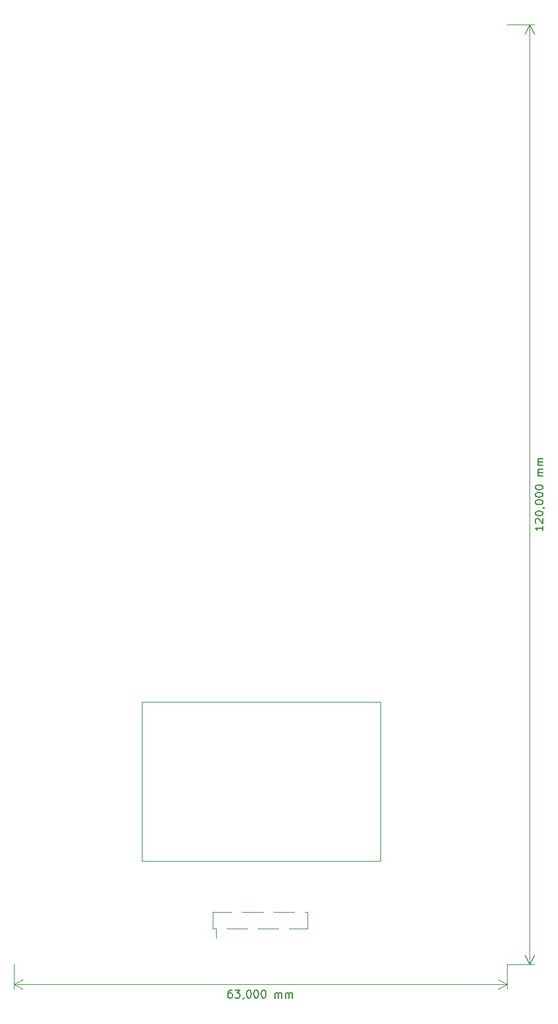
<source format=gbr>
G04 #@! TF.GenerationSoftware,KiCad,Pcbnew,(5.1.7)-1*
G04 #@! TF.CreationDate,2020-11-09T16:31:24+01:00*
G04 #@! TF.ProjectId,Touch-Flaeche,546f7563-682d-4466-9c61-656368652e6b,0.1*
G04 #@! TF.SameCoordinates,Original*
G04 #@! TF.FileFunction,Legend,Top*
G04 #@! TF.FilePolarity,Positive*
%FSLAX46Y46*%
G04 Gerber Fmt 4.6, Leading zero omitted, Abs format (unit mm)*
G04 Created by KiCad (PCBNEW (5.1.7)-1) date 2020-11-09 16:31:24*
%MOMM*%
%LPD*%
G01*
G04 APERTURE LIST*
%ADD10C,0.150000*%
%ADD11C,0.120000*%
G04 APERTURE END LIST*
D10*
X158122380Y-94947619D02*
X158122380Y-95519047D01*
X158122380Y-95233333D02*
X157122380Y-95233333D01*
X157265238Y-95328571D01*
X157360476Y-95423809D01*
X157408095Y-95519047D01*
X157217619Y-94566666D02*
X157170000Y-94519047D01*
X157122380Y-94423809D01*
X157122380Y-94185714D01*
X157170000Y-94090476D01*
X157217619Y-94042857D01*
X157312857Y-93995238D01*
X157408095Y-93995238D01*
X157550952Y-94042857D01*
X158122380Y-94614285D01*
X158122380Y-93995238D01*
X157122380Y-93376190D02*
X157122380Y-93280952D01*
X157170000Y-93185714D01*
X157217619Y-93138095D01*
X157312857Y-93090476D01*
X157503333Y-93042857D01*
X157741428Y-93042857D01*
X157931904Y-93090476D01*
X158027142Y-93138095D01*
X158074761Y-93185714D01*
X158122380Y-93280952D01*
X158122380Y-93376190D01*
X158074761Y-93471428D01*
X158027142Y-93519047D01*
X157931904Y-93566666D01*
X157741428Y-93614285D01*
X157503333Y-93614285D01*
X157312857Y-93566666D01*
X157217619Y-93519047D01*
X157170000Y-93471428D01*
X157122380Y-93376190D01*
X158074761Y-92566666D02*
X158122380Y-92566666D01*
X158217619Y-92614285D01*
X158265238Y-92661904D01*
X157122380Y-91947619D02*
X157122380Y-91852380D01*
X157170000Y-91757142D01*
X157217619Y-91709523D01*
X157312857Y-91661904D01*
X157503333Y-91614285D01*
X157741428Y-91614285D01*
X157931904Y-91661904D01*
X158027142Y-91709523D01*
X158074761Y-91757142D01*
X158122380Y-91852380D01*
X158122380Y-91947619D01*
X158074761Y-92042857D01*
X158027142Y-92090476D01*
X157931904Y-92138095D01*
X157741428Y-92185714D01*
X157503333Y-92185714D01*
X157312857Y-92138095D01*
X157217619Y-92090476D01*
X157170000Y-92042857D01*
X157122380Y-91947619D01*
X157122380Y-90995238D02*
X157122380Y-90900000D01*
X157170000Y-90804761D01*
X157217619Y-90757142D01*
X157312857Y-90709523D01*
X157503333Y-90661904D01*
X157741428Y-90661904D01*
X157931904Y-90709523D01*
X158027142Y-90757142D01*
X158074761Y-90804761D01*
X158122380Y-90900000D01*
X158122380Y-90995238D01*
X158074761Y-91090476D01*
X158027142Y-91138095D01*
X157931904Y-91185714D01*
X157741428Y-91233333D01*
X157503333Y-91233333D01*
X157312857Y-91185714D01*
X157217619Y-91138095D01*
X157170000Y-91090476D01*
X157122380Y-90995238D01*
X157122380Y-90042857D02*
X157122380Y-89947619D01*
X157170000Y-89852380D01*
X157217619Y-89804761D01*
X157312857Y-89757142D01*
X157503333Y-89709523D01*
X157741428Y-89709523D01*
X157931904Y-89757142D01*
X158027142Y-89804761D01*
X158074761Y-89852380D01*
X158122380Y-89947619D01*
X158122380Y-90042857D01*
X158074761Y-90138095D01*
X158027142Y-90185714D01*
X157931904Y-90233333D01*
X157741428Y-90280952D01*
X157503333Y-90280952D01*
X157312857Y-90233333D01*
X157217619Y-90185714D01*
X157170000Y-90138095D01*
X157122380Y-90042857D01*
X158122380Y-88519047D02*
X157455714Y-88519047D01*
X157550952Y-88519047D02*
X157503333Y-88471428D01*
X157455714Y-88376190D01*
X157455714Y-88233333D01*
X157503333Y-88138095D01*
X157598571Y-88090476D01*
X158122380Y-88090476D01*
X157598571Y-88090476D02*
X157503333Y-88042857D01*
X157455714Y-87947619D01*
X157455714Y-87804761D01*
X157503333Y-87709523D01*
X157598571Y-87661904D01*
X158122380Y-87661904D01*
X158122380Y-87185714D02*
X157455714Y-87185714D01*
X157550952Y-87185714D02*
X157503333Y-87138095D01*
X157455714Y-87042857D01*
X157455714Y-86900000D01*
X157503333Y-86804761D01*
X157598571Y-86757142D01*
X158122380Y-86757142D01*
X157598571Y-86757142D02*
X157503333Y-86709523D01*
X157455714Y-86614285D01*
X157455714Y-86471428D01*
X157503333Y-86376190D01*
X157598571Y-86328571D01*
X158122380Y-86328571D01*
D11*
X156400000Y-150900000D02*
X156400000Y-30900000D01*
X153500000Y-150900000D02*
X156986421Y-150900000D01*
X153500000Y-30900000D02*
X156986421Y-30900000D01*
X156400000Y-30900000D02*
X156986421Y-32026504D01*
X156400000Y-30900000D02*
X155813579Y-32026504D01*
X156400000Y-150900000D02*
X156986421Y-149773496D01*
X156400000Y-150900000D02*
X155813579Y-149773496D01*
D10*
X118333333Y-154222379D02*
X118142857Y-154222379D01*
X118047619Y-154269999D01*
X118000000Y-154317618D01*
X117904761Y-154460475D01*
X117857142Y-154650951D01*
X117857142Y-155031903D01*
X117904761Y-155127141D01*
X117952380Y-155174760D01*
X118047619Y-155222379D01*
X118238095Y-155222379D01*
X118333333Y-155174760D01*
X118380952Y-155127141D01*
X118428571Y-155031903D01*
X118428571Y-154793808D01*
X118380952Y-154698570D01*
X118333333Y-154650951D01*
X118238095Y-154603332D01*
X118047619Y-154603332D01*
X117952380Y-154650951D01*
X117904761Y-154698570D01*
X117857142Y-154793808D01*
X118761904Y-154222379D02*
X119380952Y-154222379D01*
X119047619Y-154603332D01*
X119190476Y-154603332D01*
X119285714Y-154650951D01*
X119333333Y-154698570D01*
X119380952Y-154793808D01*
X119380952Y-155031903D01*
X119333333Y-155127141D01*
X119285714Y-155174760D01*
X119190476Y-155222379D01*
X118904761Y-155222379D01*
X118809523Y-155174760D01*
X118761904Y-155127141D01*
X119857142Y-155174760D02*
X119857142Y-155222379D01*
X119809523Y-155317618D01*
X119761904Y-155365237D01*
X120476190Y-154222379D02*
X120571428Y-154222379D01*
X120666666Y-154269999D01*
X120714285Y-154317618D01*
X120761904Y-154412856D01*
X120809523Y-154603332D01*
X120809523Y-154841427D01*
X120761904Y-155031903D01*
X120714285Y-155127141D01*
X120666666Y-155174760D01*
X120571428Y-155222379D01*
X120476190Y-155222379D01*
X120380952Y-155174760D01*
X120333333Y-155127141D01*
X120285714Y-155031903D01*
X120238095Y-154841427D01*
X120238095Y-154603332D01*
X120285714Y-154412856D01*
X120333333Y-154317618D01*
X120380952Y-154269999D01*
X120476190Y-154222379D01*
X121428571Y-154222379D02*
X121523809Y-154222379D01*
X121619047Y-154269999D01*
X121666666Y-154317618D01*
X121714285Y-154412856D01*
X121761904Y-154603332D01*
X121761904Y-154841427D01*
X121714285Y-155031903D01*
X121666666Y-155127141D01*
X121619047Y-155174760D01*
X121523809Y-155222379D01*
X121428571Y-155222379D01*
X121333333Y-155174760D01*
X121285714Y-155127141D01*
X121238095Y-155031903D01*
X121190476Y-154841427D01*
X121190476Y-154603332D01*
X121238095Y-154412856D01*
X121285714Y-154317618D01*
X121333333Y-154269999D01*
X121428571Y-154222379D01*
X122380952Y-154222379D02*
X122476190Y-154222379D01*
X122571428Y-154269999D01*
X122619047Y-154317618D01*
X122666666Y-154412856D01*
X122714285Y-154603332D01*
X122714285Y-154841427D01*
X122666666Y-155031903D01*
X122619047Y-155127141D01*
X122571428Y-155174760D01*
X122476190Y-155222379D01*
X122380952Y-155222379D01*
X122285714Y-155174760D01*
X122238095Y-155127141D01*
X122190476Y-155031903D01*
X122142857Y-154841427D01*
X122142857Y-154603332D01*
X122190476Y-154412856D01*
X122238095Y-154317618D01*
X122285714Y-154269999D01*
X122380952Y-154222379D01*
X123904761Y-155222379D02*
X123904761Y-154555713D01*
X123904761Y-154650951D02*
X123952380Y-154603332D01*
X124047619Y-154555713D01*
X124190476Y-154555713D01*
X124285714Y-154603332D01*
X124333333Y-154698570D01*
X124333333Y-155222379D01*
X124333333Y-154698570D02*
X124380952Y-154603332D01*
X124476190Y-154555713D01*
X124619047Y-154555713D01*
X124714285Y-154603332D01*
X124761904Y-154698570D01*
X124761904Y-155222379D01*
X125238095Y-155222379D02*
X125238095Y-154555713D01*
X125238095Y-154650951D02*
X125285714Y-154603332D01*
X125380952Y-154555713D01*
X125523809Y-154555713D01*
X125619047Y-154603332D01*
X125666666Y-154698570D01*
X125666666Y-155222379D01*
X125666666Y-154698570D02*
X125714285Y-154603332D01*
X125809523Y-154555713D01*
X125952380Y-154555713D01*
X126047619Y-154603332D01*
X126095238Y-154698570D01*
X126095238Y-155222379D01*
D11*
X90500000Y-153499999D02*
X153500000Y-153499999D01*
X90500000Y-150900000D02*
X90500000Y-154086420D01*
X153500000Y-150900000D02*
X153500000Y-154086420D01*
X153500000Y-153499999D02*
X152373496Y-154086420D01*
X153500000Y-153499999D02*
X152373496Y-152913578D01*
X90500000Y-153499999D02*
X91626504Y-154086420D01*
X90500000Y-153499999D02*
X91626504Y-152913578D01*
X137340000Y-137760000D02*
X106860000Y-137760000D01*
X137340000Y-117440000D02*
X137340000Y-137760000D01*
X106860000Y-117440000D02*
X137340000Y-117440000D01*
X106860000Y-117440000D02*
X106860000Y-137760000D01*
X125685000Y-146360000D02*
X128060000Y-146360000D01*
X121685000Y-146360000D02*
X124315000Y-146360000D01*
X117685000Y-146360000D02*
X120315000Y-146360000D01*
X123685000Y-144240000D02*
X126315000Y-144240000D01*
X119685000Y-144240000D02*
X122315000Y-144240000D01*
X127685000Y-144240000D02*
X128060000Y-144240000D01*
X115940000Y-146360000D02*
X116315000Y-146360000D01*
X116315000Y-146360000D02*
X116315000Y-147590000D01*
X115940000Y-144240000D02*
X118315000Y-144240000D01*
X128060000Y-146360000D02*
X128060000Y-144240000D01*
X115940000Y-146360000D02*
X115940000Y-144240000D01*
M02*

</source>
